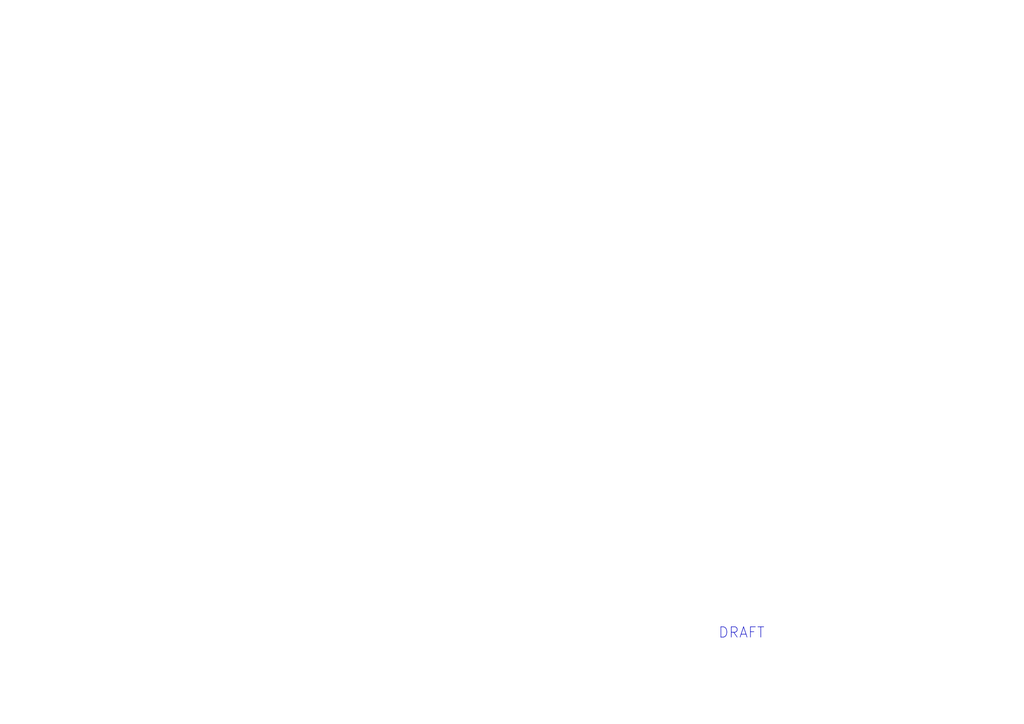
<source format=kicad_sch>
(kicad_sch (version 20230121) (generator eeschema)
  (paper "A4")
  (title_block (title "I/V Stage") (date "01/2023") (rev "A") (comment 1 "SRC4392"))
  (lib_symbols)
  (text "DRAFT" (at 208.28 185.42 0) (effects (font (size 3 3)) (justify left bottom)))
)
</source>
